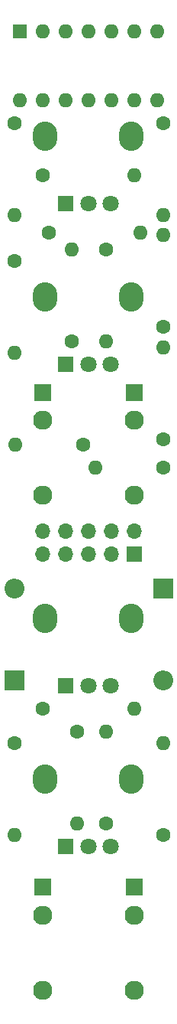
<source format=gbr>
G04 #@! TF.GenerationSoftware,KiCad,Pcbnew,5.1.7-1.fc31*
G04 #@! TF.CreationDate,2021-04-18T18:46:58-04:00*
G04 #@! TF.ProjectId,offsetAttenuverter,6f666673-6574-4417-9474-656e75766572,rev?*
G04 #@! TF.SameCoordinates,Original*
G04 #@! TF.FileFunction,Soldermask,Bot*
G04 #@! TF.FilePolarity,Negative*
%FSLAX46Y46*%
G04 Gerber Fmt 4.6, Leading zero omitted, Abs format (unit mm)*
G04 Created by KiCad (PCBNEW 5.1.7-1.fc31) date 2021-04-18 18:46:58*
%MOMM*%
%LPD*%
G01*
G04 APERTURE LIST*
%ADD10C,2.130000*%
%ADD11R,1.930000X1.830000*%
%ADD12O,1.600000X1.600000*%
%ADD13R,1.600000X1.600000*%
%ADD14O,2.720000X3.240000*%
%ADD15C,1.800000*%
%ADD16R,1.800000X1.800000*%
%ADD17C,1.600000*%
%ADD18O,2.200000X2.200000*%
%ADD19R,2.200000X2.200000*%
%ADD20R,1.700000X1.700000*%
%ADD21O,1.700000X1.700000*%
G04 APERTURE END LIST*
D10*
G04 #@! TO.C,J2*
X40640000Y-150465000D03*
D11*
X40640000Y-139065000D03*
D10*
X40640000Y-142165000D03*
G04 #@! TD*
D12*
G04 #@! TO.C,U1*
X27940000Y-52070000D03*
X43180000Y-44450000D03*
X30480000Y-52070000D03*
X40640000Y-44450000D03*
X33020000Y-52070000D03*
X38100000Y-44450000D03*
X35560000Y-52070000D03*
X35560000Y-44450000D03*
X38100000Y-52070000D03*
X33020000Y-44450000D03*
X40640000Y-52070000D03*
X30480000Y-44450000D03*
X43180000Y-52070000D03*
D13*
X27940000Y-44450000D03*
G04 #@! TD*
D14*
G04 #@! TO.C,OFFSET1*
X30720000Y-73780000D03*
X40320000Y-73780000D03*
D15*
X38020000Y-81280000D03*
X35520000Y-81280000D03*
D16*
X33020000Y-81280000D03*
G04 #@! TD*
D12*
G04 #@! TO.C,R14*
X37465000Y-121920000D03*
D17*
X37465000Y-132080000D03*
G04 #@! TD*
D12*
G04 #@! TO.C,R13*
X43815000Y-79375000D03*
D17*
X43815000Y-89535000D03*
G04 #@! TD*
D12*
G04 #@! TO.C,R12*
X40640000Y-119380000D03*
D17*
X30480000Y-119380000D03*
G04 #@! TD*
D12*
G04 #@! TO.C,R11*
X41275000Y-66675000D03*
D17*
X31115000Y-66675000D03*
G04 #@! TD*
D12*
G04 #@! TO.C,R10*
X27305000Y-133350000D03*
D17*
X27305000Y-123190000D03*
G04 #@! TD*
D12*
G04 #@! TO.C,R9*
X27305000Y-80010000D03*
D17*
X27305000Y-69850000D03*
G04 #@! TD*
D12*
G04 #@! TO.C,R8*
X43815000Y-123190000D03*
D17*
X43815000Y-133350000D03*
G04 #@! TD*
D12*
G04 #@! TO.C,R7*
X43832847Y-66951372D03*
D17*
X43832847Y-77111372D03*
G04 #@! TD*
D12*
G04 #@! TO.C,R6*
X40640000Y-60325000D03*
D17*
X30480000Y-60325000D03*
G04 #@! TD*
D12*
G04 #@! TO.C,R5*
X33655000Y-68580000D03*
D17*
X33655000Y-78740000D03*
G04 #@! TD*
D12*
G04 #@! TO.C,R4*
X27305000Y-64770000D03*
D17*
X27305000Y-54610000D03*
G04 #@! TD*
D12*
G04 #@! TO.C,R3*
X43815000Y-64770000D03*
D17*
X43815000Y-54610000D03*
G04 #@! TD*
D12*
G04 #@! TO.C,R2*
X34290000Y-132080000D03*
D17*
X34290000Y-121920000D03*
G04 #@! TD*
D12*
G04 #@! TO.C,R1*
X37465000Y-78740000D03*
D17*
X37465000Y-68580000D03*
G04 #@! TD*
D10*
G04 #@! TO.C,OUT1*
X40601556Y-95736448D03*
D11*
X40601556Y-84336448D03*
D10*
X40601556Y-87436448D03*
G04 #@! TD*
D14*
G04 #@! TO.C,OFFSET2*
X30720000Y-127120000D03*
X40320000Y-127120000D03*
D15*
X38020000Y-134620000D03*
X35520000Y-134620000D03*
D16*
X33020000Y-134620000D03*
G04 #@! TD*
D10*
G04 #@! TO.C,IN2*
X30480000Y-150465000D03*
D11*
X30480000Y-139065000D03*
D10*
X30480000Y-142165000D03*
G04 #@! TD*
G04 #@! TO.C,IN1*
X30482520Y-95739119D03*
D11*
X30482520Y-84339119D03*
D10*
X30482520Y-87439119D03*
G04 #@! TD*
D18*
G04 #@! TO.C,D2*
X27305000Y-106045000D03*
D19*
X27305000Y-116205000D03*
G04 #@! TD*
D18*
G04 #@! TO.C,D1*
X43815000Y-116205000D03*
D19*
X43815000Y-106045000D03*
G04 #@! TD*
D12*
G04 #@! TO.C,C2*
X27425000Y-90170000D03*
D17*
X34925000Y-90170000D03*
G04 #@! TD*
D12*
G04 #@! TO.C,C1*
X36315000Y-92710000D03*
D17*
X43815000Y-92710000D03*
G04 #@! TD*
D14*
G04 #@! TO.C,ATTN2*
X30720000Y-109340000D03*
X40320000Y-109340000D03*
D15*
X38020000Y-116840000D03*
X35520000Y-116840000D03*
D16*
X33020000Y-116840000D03*
G04 #@! TD*
D14*
G04 #@! TO.C,ATTN1*
X30720000Y-56000000D03*
X40320000Y-56000000D03*
D15*
X38020000Y-63500000D03*
X35520000Y-63500000D03*
D16*
X33020000Y-63500000D03*
G04 #@! TD*
D20*
G04 #@! TO.C,J1*
X40640000Y-102235000D03*
D21*
X40640000Y-99695000D03*
X38100000Y-102235000D03*
X38100000Y-99695000D03*
X35560000Y-102235000D03*
X35560000Y-99695000D03*
X33020000Y-102235000D03*
X33020000Y-99695000D03*
X30480000Y-102235000D03*
X30480000Y-99695000D03*
G04 #@! TD*
M02*

</source>
